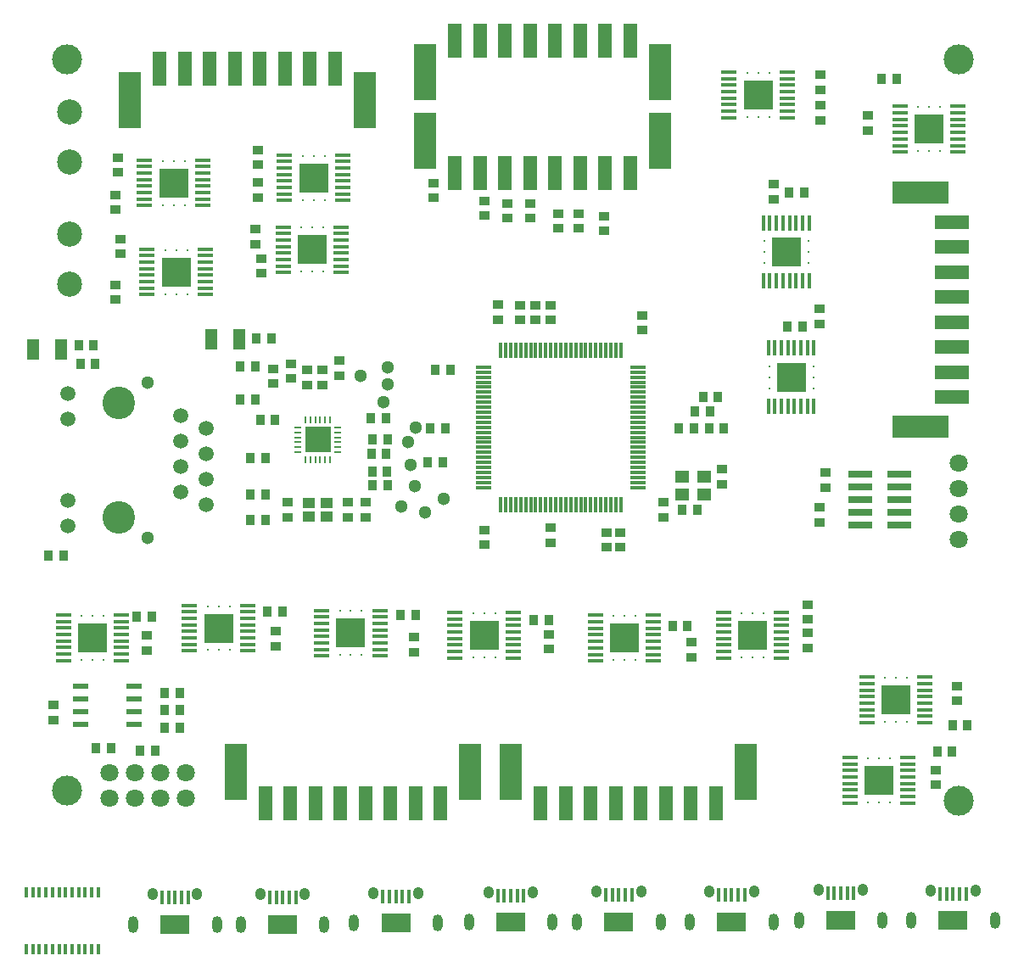
<source format=gts>
G04 #@! TF.GenerationSoftware,KiCad,Pcbnew,5.1.5-52549c5~86~ubuntu18.04.1*
G04 #@! TF.CreationDate,2020-12-06T21:57:42-08:00*
G04 #@! TF.ProjectId,GAMTP_rev01,47414d54-505f-4726-9576-30312e6b6963,rev?*
G04 #@! TF.SameCoordinates,Original*
G04 #@! TF.FileFunction,Soldermask,Top*
G04 #@! TF.FilePolarity,Negative*
%FSLAX46Y46*%
G04 Gerber Fmt 4.6, Leading zero omitted, Abs format (unit mm)*
G04 Created by KiCad (PCBNEW 5.1.5-52549c5~86~ubuntu18.04.1) date 2020-12-06 21:57:42*
%MOMM*%
%LPD*%
G04 APERTURE LIST*
%ADD10C,0.300000*%
%ADD11R,1.500000X0.450000*%
%ADD12R,3.000000X3.000000*%
%ADD13R,0.450000X1.500000*%
%ADD14C,1.300000*%
%ADD15C,3.000000*%
%ADD16R,0.899160X1.000760*%
%ADD17R,1.000760X0.899160*%
%ADD18R,2.499360X2.499360*%
%ADD19O,0.800100X0.248920*%
%ADD20O,0.248920X0.800100*%
%ADD21C,1.500000*%
%ADD22C,3.250000*%
%ADD23R,1.400000X1.200000*%
%ADD24R,1.200000X1.100000*%
%ADD25C,2.500000*%
%ADD26R,0.900000X1.000000*%
%ADD27R,1.000000X0.900000*%
%ADD28C,1.800000*%
%ADD29R,1.500000X0.300000*%
%ADD30R,0.300000X1.500000*%
%ADD31R,1.550000X0.600000*%
%ADD32R,1.250000X2.000000*%
%ADD33R,1.400000X3.400000*%
%ADD34R,2.300000X5.600000*%
%ADD35R,3.400000X1.400000*%
%ADD36R,5.600000X2.300000*%
%ADD37R,2.400000X0.760000*%
%ADD38O,1.000000X1.700000*%
%ADD39O,1.050000X1.250000*%
%ADD40R,0.400000X1.350000*%
%ADD41R,2.900000X1.900000*%
%ADD42R,0.400000X1.100000*%
G04 APERTURE END LIST*
D10*
X117686000Y-69850000D03*
X115486000Y-69850000D03*
X116586000Y-69850000D03*
D11*
X119486000Y-71475000D03*
X119486000Y-72125000D03*
X119486000Y-70825000D03*
X119486000Y-70175000D03*
X119486000Y-67575000D03*
X119486000Y-68225000D03*
X119486000Y-69525000D03*
X119486000Y-68875000D03*
X113686000Y-68875000D03*
X113686000Y-69525000D03*
X113686000Y-68225000D03*
X113686000Y-67575000D03*
X113686000Y-70175000D03*
X113686000Y-70825000D03*
X113686000Y-72125000D03*
X113686000Y-71475000D03*
D10*
X116586000Y-70950000D03*
X115486000Y-70950000D03*
X117686000Y-70950000D03*
X117686000Y-68750000D03*
X115486000Y-68750000D03*
X116586000Y-68750000D03*
X116586000Y-67650000D03*
X115486000Y-67650000D03*
X117686000Y-67650000D03*
X117686000Y-72050000D03*
X115486000Y-72050000D03*
X116586000Y-72050000D03*
D12*
X116586000Y-69850000D03*
D10*
X103970000Y-79248000D03*
X101770000Y-79248000D03*
X102870000Y-79248000D03*
D11*
X105770000Y-80873000D03*
X105770000Y-81523000D03*
X105770000Y-80223000D03*
X105770000Y-79573000D03*
X105770000Y-76973000D03*
X105770000Y-77623000D03*
X105770000Y-78923000D03*
X105770000Y-78273000D03*
X99970000Y-78273000D03*
X99970000Y-78923000D03*
X99970000Y-77623000D03*
X99970000Y-76973000D03*
X99970000Y-79573000D03*
X99970000Y-80223000D03*
X99970000Y-81523000D03*
X99970000Y-80873000D03*
D10*
X102870000Y-80348000D03*
X101770000Y-80348000D03*
X103970000Y-80348000D03*
X103970000Y-78148000D03*
X101770000Y-78148000D03*
X102870000Y-78148000D03*
X102870000Y-77048000D03*
X101770000Y-77048000D03*
X103970000Y-77048000D03*
X103970000Y-81448000D03*
X101770000Y-81448000D03*
X102870000Y-81448000D03*
D12*
X102870000Y-79248000D03*
D10*
X117538000Y-77033000D03*
X115338000Y-77033000D03*
X116438000Y-77033000D03*
D11*
X119338000Y-78658000D03*
X119338000Y-79308000D03*
X119338000Y-78008000D03*
X119338000Y-77358000D03*
X119338000Y-74758000D03*
X119338000Y-75408000D03*
X119338000Y-76708000D03*
X119338000Y-76058000D03*
X113538000Y-76058000D03*
X113538000Y-76708000D03*
X113538000Y-75408000D03*
X113538000Y-74758000D03*
X113538000Y-77358000D03*
X113538000Y-78008000D03*
X113538000Y-79308000D03*
X113538000Y-78658000D03*
D10*
X116438000Y-78133000D03*
X115338000Y-78133000D03*
X117538000Y-78133000D03*
X117538000Y-75933000D03*
X115338000Y-75933000D03*
X116438000Y-75933000D03*
X116438000Y-74833000D03*
X115338000Y-74833000D03*
X117538000Y-74833000D03*
X117538000Y-79233000D03*
X115338000Y-79233000D03*
X116438000Y-79233000D03*
D12*
X116438000Y-77033000D03*
D10*
X103716000Y-70358000D03*
X101516000Y-70358000D03*
X102616000Y-70358000D03*
D11*
X105516000Y-71983000D03*
X105516000Y-72633000D03*
X105516000Y-71333000D03*
X105516000Y-70683000D03*
X105516000Y-68083000D03*
X105516000Y-68733000D03*
X105516000Y-70033000D03*
X105516000Y-69383000D03*
X99716000Y-69383000D03*
X99716000Y-70033000D03*
X99716000Y-68733000D03*
X99716000Y-68083000D03*
X99716000Y-70683000D03*
X99716000Y-71333000D03*
X99716000Y-72633000D03*
X99716000Y-71983000D03*
D10*
X102616000Y-71458000D03*
X101516000Y-71458000D03*
X103716000Y-71458000D03*
X103716000Y-69258000D03*
X101516000Y-69258000D03*
X102616000Y-69258000D03*
X102616000Y-68158000D03*
X101516000Y-68158000D03*
X103716000Y-68158000D03*
X103716000Y-72558000D03*
X101516000Y-72558000D03*
X102616000Y-72558000D03*
D12*
X102616000Y-70358000D03*
D10*
X164250000Y-90850000D03*
X164250000Y-88650000D03*
X164250000Y-89750000D03*
D13*
X162625000Y-92650000D03*
X161975000Y-92650000D03*
X163275000Y-92650000D03*
X163925000Y-92650000D03*
X166525000Y-92650000D03*
X165875000Y-92650000D03*
X164575000Y-92650000D03*
X165225000Y-92650000D03*
X165225000Y-86850000D03*
X164575000Y-86850000D03*
X165875000Y-86850000D03*
X166525000Y-86850000D03*
X163925000Y-86850000D03*
X163275000Y-86850000D03*
X161975000Y-86850000D03*
X162625000Y-86850000D03*
D10*
X163150000Y-89750000D03*
X163150000Y-88650000D03*
X163150000Y-90850000D03*
X165350000Y-90850000D03*
X165350000Y-88650000D03*
X165350000Y-89750000D03*
X166450000Y-89750000D03*
X166450000Y-88650000D03*
X166450000Y-90850000D03*
X162050000Y-90850000D03*
X162050000Y-88650000D03*
X162050000Y-89750000D03*
D12*
X164250000Y-89750000D03*
D10*
X163750000Y-78350000D03*
X163750000Y-76150000D03*
X163750000Y-77250000D03*
D13*
X162125000Y-80150000D03*
X161475000Y-80150000D03*
X162775000Y-80150000D03*
X163425000Y-80150000D03*
X166025000Y-80150000D03*
X165375000Y-80150000D03*
X164075000Y-80150000D03*
X164725000Y-80150000D03*
X164725000Y-74350000D03*
X164075000Y-74350000D03*
X165375000Y-74350000D03*
X166025000Y-74350000D03*
X163425000Y-74350000D03*
X162775000Y-74350000D03*
X161475000Y-74350000D03*
X162125000Y-74350000D03*
D10*
X162650000Y-77250000D03*
X162650000Y-76150000D03*
X162650000Y-78350000D03*
X164850000Y-78350000D03*
X164850000Y-76150000D03*
X164850000Y-77250000D03*
X165950000Y-77250000D03*
X165950000Y-76150000D03*
X165950000Y-78350000D03*
X161550000Y-78350000D03*
X161550000Y-76150000D03*
X161550000Y-77250000D03*
D12*
X163750000Y-77250000D03*
D10*
X179100000Y-65000000D03*
X176900000Y-65000000D03*
X178000000Y-65000000D03*
D11*
X180900000Y-66625000D03*
X180900000Y-67275000D03*
X180900000Y-65975000D03*
X180900000Y-65325000D03*
X180900000Y-62725000D03*
X180900000Y-63375000D03*
X180900000Y-64675000D03*
X180900000Y-64025000D03*
X175100000Y-64025000D03*
X175100000Y-64675000D03*
X175100000Y-63375000D03*
X175100000Y-62725000D03*
X175100000Y-65325000D03*
X175100000Y-65975000D03*
X175100000Y-67275000D03*
X175100000Y-66625000D03*
D10*
X178000000Y-66100000D03*
X176900000Y-66100000D03*
X179100000Y-66100000D03*
X179100000Y-63900000D03*
X176900000Y-63900000D03*
X178000000Y-63900000D03*
X178000000Y-62800000D03*
X176900000Y-62800000D03*
X179100000Y-62800000D03*
X179100000Y-67200000D03*
X176900000Y-67200000D03*
X178000000Y-67200000D03*
D12*
X178000000Y-65000000D03*
D10*
X159850000Y-61570000D03*
X162050000Y-61570000D03*
X160950000Y-61570000D03*
D11*
X158050000Y-59945000D03*
X158050000Y-59295000D03*
X158050000Y-60595000D03*
X158050000Y-61245000D03*
X158050000Y-63845000D03*
X158050000Y-63195000D03*
X158050000Y-61895000D03*
X158050000Y-62545000D03*
X163850000Y-62545000D03*
X163850000Y-61895000D03*
X163850000Y-63195000D03*
X163850000Y-63845000D03*
X163850000Y-61245000D03*
X163850000Y-60595000D03*
X163850000Y-59295000D03*
X163850000Y-59945000D03*
D10*
X160950000Y-60470000D03*
X162050000Y-60470000D03*
X159850000Y-60470000D03*
X159850000Y-62670000D03*
X162050000Y-62670000D03*
X160950000Y-62670000D03*
X160950000Y-63770000D03*
X162050000Y-63770000D03*
X159850000Y-63770000D03*
X159850000Y-59370000D03*
X162050000Y-59370000D03*
X160950000Y-59370000D03*
D12*
X160950000Y-61570000D03*
D10*
X146500000Y-115800000D03*
X148700000Y-115800000D03*
X147600000Y-115800000D03*
D11*
X144700000Y-114175000D03*
X144700000Y-113525000D03*
X144700000Y-114825000D03*
X144700000Y-115475000D03*
X144700000Y-118075000D03*
X144700000Y-117425000D03*
X144700000Y-116125000D03*
X144700000Y-116775000D03*
X150500000Y-116775000D03*
X150500000Y-116125000D03*
X150500000Y-117425000D03*
X150500000Y-118075000D03*
X150500000Y-115475000D03*
X150500000Y-114825000D03*
X150500000Y-113525000D03*
X150500000Y-114175000D03*
D10*
X147600000Y-114700000D03*
X148700000Y-114700000D03*
X146500000Y-114700000D03*
X146500000Y-116900000D03*
X148700000Y-116900000D03*
X147600000Y-116900000D03*
X147600000Y-118000000D03*
X148700000Y-118000000D03*
X146500000Y-118000000D03*
X146500000Y-113600000D03*
X148700000Y-113600000D03*
X147600000Y-113600000D03*
D12*
X147600000Y-115800000D03*
D10*
X159300000Y-115500000D03*
X161500000Y-115500000D03*
X160400000Y-115500000D03*
D11*
X157500000Y-113875000D03*
X157500000Y-113225000D03*
X157500000Y-114525000D03*
X157500000Y-115175000D03*
X157500000Y-117775000D03*
X157500000Y-117125000D03*
X157500000Y-115825000D03*
X157500000Y-116475000D03*
X163300000Y-116475000D03*
X163300000Y-115825000D03*
X163300000Y-117125000D03*
X163300000Y-117775000D03*
X163300000Y-115175000D03*
X163300000Y-114525000D03*
X163300000Y-113225000D03*
X163300000Y-113875000D03*
D10*
X160400000Y-114400000D03*
X161500000Y-114400000D03*
X159300000Y-114400000D03*
X159300000Y-116600000D03*
X161500000Y-116600000D03*
X160400000Y-116600000D03*
X160400000Y-117700000D03*
X161500000Y-117700000D03*
X159300000Y-117700000D03*
X159300000Y-113300000D03*
X161500000Y-113300000D03*
X160400000Y-113300000D03*
D12*
X160400000Y-115500000D03*
D10*
X171925000Y-129975000D03*
X174125000Y-129975000D03*
X173025000Y-129975000D03*
D11*
X170125000Y-128350000D03*
X170125000Y-127700000D03*
X170125000Y-129000000D03*
X170125000Y-129650000D03*
X170125000Y-132250000D03*
X170125000Y-131600000D03*
X170125000Y-130300000D03*
X170125000Y-130950000D03*
X175925000Y-130950000D03*
X175925000Y-130300000D03*
X175925000Y-131600000D03*
X175925000Y-132250000D03*
X175925000Y-129650000D03*
X175925000Y-129000000D03*
X175925000Y-127700000D03*
X175925000Y-128350000D03*
D10*
X173025000Y-128875000D03*
X174125000Y-128875000D03*
X171925000Y-128875000D03*
X171925000Y-131075000D03*
X174125000Y-131075000D03*
X173025000Y-131075000D03*
X173025000Y-132175000D03*
X174125000Y-132175000D03*
X171925000Y-132175000D03*
X171925000Y-127775000D03*
X174125000Y-127775000D03*
X173025000Y-127775000D03*
D12*
X173025000Y-129975000D03*
D10*
X173610000Y-121960000D03*
X175810000Y-121960000D03*
X174710000Y-121960000D03*
D11*
X171810000Y-120335000D03*
X171810000Y-119685000D03*
X171810000Y-120985000D03*
X171810000Y-121635000D03*
X171810000Y-124235000D03*
X171810000Y-123585000D03*
X171810000Y-122285000D03*
X171810000Y-122935000D03*
X177610000Y-122935000D03*
X177610000Y-122285000D03*
X177610000Y-123585000D03*
X177610000Y-124235000D03*
X177610000Y-121635000D03*
X177610000Y-120985000D03*
X177610000Y-119685000D03*
X177610000Y-120335000D03*
D10*
X174710000Y-120860000D03*
X175810000Y-120860000D03*
X173610000Y-120860000D03*
X173610000Y-123060000D03*
X175810000Y-123060000D03*
X174710000Y-123060000D03*
X174710000Y-124160000D03*
X175810000Y-124160000D03*
X173610000Y-124160000D03*
X173610000Y-119760000D03*
X175810000Y-119760000D03*
X174710000Y-119760000D03*
D12*
X174710000Y-121960000D03*
D10*
X106000000Y-114800000D03*
X108200000Y-114800000D03*
X107100000Y-114800000D03*
D11*
X104200000Y-113175000D03*
X104200000Y-112525000D03*
X104200000Y-113825000D03*
X104200000Y-114475000D03*
X104200000Y-117075000D03*
X104200000Y-116425000D03*
X104200000Y-115125000D03*
X104200000Y-115775000D03*
X110000000Y-115775000D03*
X110000000Y-115125000D03*
X110000000Y-116425000D03*
X110000000Y-117075000D03*
X110000000Y-114475000D03*
X110000000Y-113825000D03*
X110000000Y-112525000D03*
X110000000Y-113175000D03*
D10*
X107100000Y-113700000D03*
X108200000Y-113700000D03*
X106000000Y-113700000D03*
X106000000Y-115900000D03*
X108200000Y-115900000D03*
X107100000Y-115900000D03*
X107100000Y-117000000D03*
X108200000Y-117000000D03*
X106000000Y-117000000D03*
X106000000Y-112600000D03*
X108200000Y-112600000D03*
X107100000Y-112600000D03*
D12*
X107100000Y-114800000D03*
D10*
X119200000Y-115300000D03*
X121400000Y-115300000D03*
X120300000Y-115300000D03*
D11*
X117400000Y-113675000D03*
X117400000Y-113025000D03*
X117400000Y-114325000D03*
X117400000Y-114975000D03*
X117400000Y-117575000D03*
X117400000Y-116925000D03*
X117400000Y-115625000D03*
X117400000Y-116275000D03*
X123200000Y-116275000D03*
X123200000Y-115625000D03*
X123200000Y-116925000D03*
X123200000Y-117575000D03*
X123200000Y-114975000D03*
X123200000Y-114325000D03*
X123200000Y-113025000D03*
X123200000Y-113675000D03*
D10*
X120300000Y-114200000D03*
X121400000Y-114200000D03*
X119200000Y-114200000D03*
X119200000Y-116400000D03*
X121400000Y-116400000D03*
X120300000Y-116400000D03*
X120300000Y-117500000D03*
X121400000Y-117500000D03*
X119200000Y-117500000D03*
X119200000Y-113100000D03*
X121400000Y-113100000D03*
X120300000Y-113100000D03*
D12*
X120300000Y-115300000D03*
D10*
X132500000Y-115500000D03*
X134700000Y-115500000D03*
X133600000Y-115500000D03*
D11*
X130700000Y-113875000D03*
X130700000Y-113225000D03*
X130700000Y-114525000D03*
X130700000Y-115175000D03*
X130700000Y-117775000D03*
X130700000Y-117125000D03*
X130700000Y-115825000D03*
X130700000Y-116475000D03*
X136500000Y-116475000D03*
X136500000Y-115825000D03*
X136500000Y-117125000D03*
X136500000Y-117775000D03*
X136500000Y-115175000D03*
X136500000Y-114525000D03*
X136500000Y-113225000D03*
X136500000Y-113875000D03*
D10*
X133600000Y-114400000D03*
X134700000Y-114400000D03*
X132500000Y-114400000D03*
X132500000Y-116600000D03*
X134700000Y-116600000D03*
X133600000Y-116600000D03*
X133600000Y-117700000D03*
X134700000Y-117700000D03*
X132500000Y-117700000D03*
X132500000Y-113300000D03*
X134700000Y-113300000D03*
X133600000Y-113300000D03*
D12*
X133600000Y-115500000D03*
D10*
X93430000Y-115760000D03*
X95630000Y-115760000D03*
X94530000Y-115760000D03*
D11*
X91630000Y-114135000D03*
X91630000Y-113485000D03*
X91630000Y-114785000D03*
X91630000Y-115435000D03*
X91630000Y-118035000D03*
X91630000Y-117385000D03*
X91630000Y-116085000D03*
X91630000Y-116735000D03*
X97430000Y-116735000D03*
X97430000Y-116085000D03*
X97430000Y-117385000D03*
X97430000Y-118035000D03*
X97430000Y-115435000D03*
X97430000Y-114785000D03*
X97430000Y-113485000D03*
X97430000Y-114135000D03*
D10*
X94530000Y-114660000D03*
X95630000Y-114660000D03*
X93430000Y-114660000D03*
X93430000Y-116860000D03*
X95630000Y-116860000D03*
X94530000Y-116860000D03*
X94530000Y-117960000D03*
X95630000Y-117960000D03*
X93430000Y-117960000D03*
X93430000Y-113560000D03*
X95630000Y-113560000D03*
X94530000Y-113560000D03*
D12*
X94530000Y-115760000D03*
D14*
X126250000Y-98500000D03*
X126710000Y-100580000D03*
X121250000Y-89600000D03*
X129575000Y-101875000D03*
X123600000Y-92250000D03*
X127750000Y-103250000D03*
X125300000Y-102650000D03*
X126750000Y-94750000D03*
X124000000Y-90500000D03*
X124000000Y-88750000D03*
X126000000Y-96250000D03*
D15*
X92000000Y-131000000D03*
X92000000Y-58000000D03*
X181000000Y-132000000D03*
X181000000Y-58000000D03*
D16*
X156151840Y-93200000D03*
X154648160Y-93200000D03*
D17*
X140208000Y-84063840D03*
X140208000Y-82560160D03*
X112522000Y-90413840D03*
X112522000Y-88910160D03*
X145800000Y-106751840D03*
X145800000Y-105248160D03*
X147200000Y-106751840D03*
X147200000Y-105248160D03*
D16*
X103251840Y-124750000D03*
X101748160Y-124750000D03*
D17*
X167100000Y-104251840D03*
X167100000Y-102748160D03*
D16*
X103251840Y-121250000D03*
X101748160Y-121250000D03*
X103251840Y-123000000D03*
X101748160Y-123000000D03*
X123801840Y-93850000D03*
X122298160Y-93850000D03*
X123951840Y-100570000D03*
X122448160Y-100570000D03*
X124001840Y-96000000D03*
X122498160Y-96000000D03*
D17*
X121750000Y-103751840D03*
X121750000Y-102248160D03*
X115950000Y-90501840D03*
X115950000Y-88998160D03*
D16*
X129501840Y-98250000D03*
X127998160Y-98250000D03*
D17*
X117500000Y-90501840D03*
X117500000Y-88998160D03*
D16*
X90118160Y-107560000D03*
X91621840Y-107560000D03*
X94811840Y-88440000D03*
X93308160Y-88440000D03*
X94641840Y-86550000D03*
X93138160Y-86550000D03*
X100751840Y-127000000D03*
X99248160Y-127000000D03*
X112351840Y-85900000D03*
X110848160Y-85900000D03*
D18*
X117000000Y-96000000D03*
D19*
X115001020Y-94750320D03*
X115001020Y-95250700D03*
X115001020Y-95751080D03*
X115001020Y-96248920D03*
X115001020Y-96749300D03*
X115001020Y-97249680D03*
D20*
X115750320Y-97998980D03*
X116250700Y-97998980D03*
X116751080Y-97998980D03*
X117248920Y-97998980D03*
X117749300Y-97998980D03*
X118249680Y-97998980D03*
D19*
X118998980Y-97249680D03*
X118998980Y-96749300D03*
X118998980Y-96248920D03*
X118998980Y-95751080D03*
X118998980Y-95250700D03*
X118998980Y-94750320D03*
D20*
X118249680Y-94001020D03*
X117749300Y-94001020D03*
X117248920Y-94001020D03*
X116751080Y-94001020D03*
X116250700Y-94001020D03*
X115750320Y-94001020D03*
D21*
X92100000Y-91375000D03*
X92100000Y-93915000D03*
X92100000Y-102085000D03*
X92100000Y-104625000D03*
X103350000Y-93560000D03*
X103350000Y-98630000D03*
X103350000Y-96100000D03*
X103350000Y-101170000D03*
X105890000Y-94820000D03*
X105890000Y-99900000D03*
X105890000Y-97360000D03*
D22*
X97132080Y-103715000D03*
X97132080Y-92285000D03*
D14*
X100050000Y-90255000D03*
X100050000Y-105745000D03*
D21*
X105890000Y-102440000D03*
D23*
X155550000Y-99725000D03*
X153350000Y-99725000D03*
X155550000Y-101425000D03*
X153350000Y-101425000D03*
D24*
X116150000Y-103700000D03*
X117850000Y-103700000D03*
X116150000Y-102300000D03*
X117850000Y-102300000D03*
D16*
X110248160Y-104000000D03*
X111751840Y-104000000D03*
D25*
X92202000Y-75478000D03*
X92202000Y-80478000D03*
D16*
X128248160Y-94900000D03*
D26*
X129751840Y-94900000D03*
D16*
X128748160Y-89000000D03*
D26*
X130251840Y-89000000D03*
D16*
X157551840Y-94900000D03*
D26*
X156048160Y-94900000D03*
D17*
X133650000Y-104998160D03*
D27*
X133650000Y-106501840D03*
D16*
X153048160Y-94900000D03*
D26*
X154551840Y-94900000D03*
D16*
X156951840Y-91700000D03*
D26*
X155448160Y-91700000D03*
D17*
X140250000Y-104748160D03*
D27*
X140250000Y-106251840D03*
D17*
X137160000Y-82560160D03*
D27*
X137160000Y-84063840D03*
D17*
X151500000Y-103751840D03*
D27*
X151500000Y-102248160D03*
D17*
X138684000Y-82560160D03*
D27*
X138684000Y-84063840D03*
D17*
X157350000Y-100426840D03*
D27*
X157350000Y-98923160D03*
D16*
X154901840Y-103025000D03*
D26*
X153398160Y-103025000D03*
D17*
X99900000Y-117001840D03*
D27*
X99900000Y-115498160D03*
D16*
X98948160Y-113650000D03*
D26*
X100451840Y-113650000D03*
D17*
X110998000Y-67066160D03*
D27*
X110998000Y-68569840D03*
D17*
X110740000Y-74958160D03*
D27*
X110740000Y-76461840D03*
D17*
X110998000Y-70348160D03*
D27*
X110998000Y-71851840D03*
D17*
X111350000Y-77898160D03*
D27*
X111350000Y-79401840D03*
D17*
X96820000Y-71548160D03*
D27*
X96820000Y-73051840D03*
D17*
X96774000Y-80528160D03*
D27*
X96774000Y-82031840D03*
D17*
X97028000Y-69331840D03*
D27*
X97028000Y-67828160D03*
D17*
X97282000Y-77459840D03*
D27*
X97282000Y-75956160D03*
D16*
X165371840Y-84720000D03*
D26*
X163868160Y-84720000D03*
D16*
X165551840Y-71300000D03*
D26*
X164048160Y-71300000D03*
D17*
X167100000Y-82948160D03*
D27*
X167100000Y-84451840D03*
D17*
X162500000Y-72001840D03*
D27*
X162500000Y-70498160D03*
D17*
X171900000Y-63638160D03*
D27*
X171900000Y-65141840D03*
D17*
X167150000Y-64111840D03*
D27*
X167150000Y-62608160D03*
D16*
X173248160Y-60000000D03*
D26*
X174751840Y-60000000D03*
D17*
X167130000Y-59558160D03*
D27*
X167130000Y-61061840D03*
D17*
X154300000Y-117701840D03*
D27*
X154300000Y-116198160D03*
D17*
X165900000Y-116751840D03*
D27*
X165900000Y-115248160D03*
D16*
X152398160Y-114550000D03*
D26*
X153901840Y-114550000D03*
D17*
X165900000Y-112448160D03*
D27*
X165900000Y-113951840D03*
D17*
X178660000Y-130461840D03*
D27*
X178660000Y-128958160D03*
D17*
X180830000Y-122071840D03*
D27*
X180830000Y-120568160D03*
D16*
X178818160Y-127160000D03*
D26*
X180321840Y-127160000D03*
D16*
X181851840Y-124510000D03*
D26*
X180348160Y-124510000D03*
D17*
X112800000Y-116601840D03*
D27*
X112800000Y-115098160D03*
D17*
X126600000Y-117201840D03*
D27*
X126600000Y-115698160D03*
D17*
X140050000Y-116901840D03*
D27*
X140050000Y-115398160D03*
D16*
X111998160Y-113150000D03*
D26*
X113501840Y-113150000D03*
D16*
X125248160Y-113450000D03*
D26*
X126751840Y-113450000D03*
D16*
X138548160Y-114000000D03*
D26*
X140051840Y-114000000D03*
D17*
X114300000Y-88402160D03*
D27*
X114300000Y-89905840D03*
D16*
X110733840Y-88646000D03*
D26*
X109230160Y-88646000D03*
D16*
X123921840Y-99160000D03*
D26*
X122418160Y-99160000D03*
D16*
X111248160Y-94000000D03*
D26*
X112751840Y-94000000D03*
D17*
X114000000Y-102248160D03*
D27*
X114000000Y-103751840D03*
D16*
X110751840Y-92000000D03*
D26*
X109248160Y-92000000D03*
D16*
X123851840Y-97425000D03*
D26*
X122348160Y-97425000D03*
D17*
X120000000Y-103751840D03*
D27*
X120000000Y-102248160D03*
D17*
X119190000Y-88088160D03*
D27*
X119190000Y-89591840D03*
D16*
X111751840Y-97800000D03*
D26*
X110248160Y-97800000D03*
D16*
X110248160Y-101500000D03*
D26*
X111751840Y-101500000D03*
D28*
X181000000Y-105950000D03*
X181000000Y-103410000D03*
X181000000Y-98340160D03*
X181000000Y-100880160D03*
X101270000Y-131770000D03*
X103810000Y-131770000D03*
X98730000Y-131770000D03*
X96190000Y-131770000D03*
X96190000Y-129230000D03*
X98730000Y-129230000D03*
X103810000Y-129230000D03*
X101270000Y-129230000D03*
D16*
X96351840Y-126800000D03*
X94848160Y-126800000D03*
D17*
X90650000Y-123951840D03*
X90650000Y-122448160D03*
X149352000Y-83576160D03*
X149352000Y-85079840D03*
X145542000Y-75173840D03*
X145542000Y-73670160D03*
X143002000Y-74919840D03*
X143002000Y-73416160D03*
X140970000Y-74919840D03*
X140970000Y-73416160D03*
X138176000Y-73903840D03*
X138176000Y-72400160D03*
X167670000Y-99248160D03*
X167670000Y-100751840D03*
D29*
X148950000Y-92750000D03*
X148950000Y-92250000D03*
X148950000Y-91750000D03*
X148950000Y-90750000D03*
X148950000Y-91250000D03*
X148950000Y-89250000D03*
X148950000Y-88750000D03*
X148950000Y-89750000D03*
X148950000Y-90250000D03*
D30*
X135750000Y-102450000D03*
X135250000Y-102450000D03*
X138750000Y-102450000D03*
X138250000Y-102450000D03*
X139250000Y-102450000D03*
X137250000Y-102450000D03*
X137750000Y-102450000D03*
X136250000Y-102450000D03*
X136750000Y-102450000D03*
D29*
X133550000Y-97250000D03*
X133550000Y-97750000D03*
X133550000Y-96750000D03*
X133550000Y-98250000D03*
X133550000Y-98750000D03*
X133550000Y-100750000D03*
X133550000Y-100250000D03*
X133550000Y-99750000D03*
X133550000Y-99250000D03*
D30*
X137250000Y-87050000D03*
X138750000Y-87050000D03*
X139250000Y-87050000D03*
X138250000Y-87050000D03*
X137750000Y-87050000D03*
X135750000Y-87050000D03*
X136250000Y-87050000D03*
X136750000Y-87050000D03*
X135250000Y-87050000D03*
D29*
X148950000Y-94750000D03*
X148950000Y-94250000D03*
X148950000Y-93250000D03*
X148950000Y-93750000D03*
D30*
X140250000Y-102450000D03*
X139750000Y-102450000D03*
X141250000Y-102450000D03*
X140750000Y-102450000D03*
D29*
X133550000Y-94750000D03*
X133550000Y-95250000D03*
X133550000Y-95750000D03*
X133550000Y-96250000D03*
D30*
X139750000Y-87050000D03*
X141250000Y-87050000D03*
X140750000Y-87050000D03*
X140250000Y-87050000D03*
D29*
X148950000Y-95750000D03*
X148950000Y-95250000D03*
X148950000Y-96250000D03*
X148950000Y-96750000D03*
D30*
X144250000Y-102450000D03*
X144750000Y-102450000D03*
X145750000Y-102450000D03*
X145250000Y-102450000D03*
X142750000Y-102450000D03*
X143750000Y-102450000D03*
X143250000Y-102450000D03*
X141750000Y-102450000D03*
X142250000Y-102450000D03*
D29*
X133550000Y-94250000D03*
X133550000Y-93750000D03*
D30*
X142250000Y-87050000D03*
X142750000Y-87050000D03*
X143750000Y-87050000D03*
X143250000Y-87050000D03*
X144750000Y-87050000D03*
X145250000Y-87050000D03*
X144250000Y-87050000D03*
X146750000Y-87050000D03*
X147250000Y-87050000D03*
X146250000Y-87050000D03*
X145750000Y-87050000D03*
D29*
X148950000Y-97250000D03*
X148950000Y-97750000D03*
X148950000Y-98750000D03*
X148950000Y-98250000D03*
X148950000Y-99750000D03*
X148950000Y-100250000D03*
X148950000Y-99250000D03*
D30*
X146750000Y-102450000D03*
X146250000Y-102450000D03*
X147250000Y-102450000D03*
D29*
X148950000Y-100750000D03*
X133550000Y-91750000D03*
X133550000Y-92250000D03*
X133550000Y-93250000D03*
X133550000Y-92750000D03*
X133550000Y-90250000D03*
X133550000Y-91250000D03*
X133550000Y-90750000D03*
X133550000Y-89250000D03*
X133550000Y-89750000D03*
X133550000Y-88750000D03*
D30*
X141750000Y-87050000D03*
D31*
X98700000Y-124405000D03*
X98700000Y-123135000D03*
X98700000Y-121865000D03*
X98700000Y-120595000D03*
X93300000Y-120595000D03*
X93300000Y-121865000D03*
X93300000Y-123135000D03*
X93300000Y-124405000D03*
D17*
X135000000Y-82498160D03*
D27*
X135000000Y-84001840D03*
D32*
X88625000Y-87000000D03*
X91375000Y-87000000D03*
X106375000Y-85950000D03*
X109125000Y-85950000D03*
D33*
X118732000Y-58922000D03*
X116232000Y-58922000D03*
X113732000Y-58922000D03*
X101232000Y-58922000D03*
X106232000Y-58922000D03*
X103732000Y-58922000D03*
D34*
X121682000Y-62072000D03*
D33*
X108732000Y-58922000D03*
X111232000Y-58922000D03*
D34*
X98282000Y-62072000D03*
D33*
X111750000Y-132300000D03*
X114250000Y-132300000D03*
X116750000Y-132300000D03*
X129250000Y-132300000D03*
X124250000Y-132300000D03*
X126750000Y-132300000D03*
D34*
X108800000Y-129150000D03*
D33*
X121750000Y-132300000D03*
X119250000Y-132300000D03*
D34*
X132200000Y-129150000D03*
D35*
X180300000Y-91750000D03*
X180300000Y-89250000D03*
X180300000Y-86750000D03*
X180300000Y-74250000D03*
X180300000Y-79250000D03*
X180300000Y-76750000D03*
D36*
X177150000Y-94700000D03*
D35*
X180300000Y-81750000D03*
X180300000Y-84250000D03*
D36*
X177150000Y-71300000D03*
D33*
X139250000Y-132300000D03*
X141750000Y-132300000D03*
X144250000Y-132300000D03*
X156750000Y-132300000D03*
X151750000Y-132300000D03*
X154250000Y-132300000D03*
D34*
X136300000Y-129150000D03*
D33*
X149250000Y-132300000D03*
X146750000Y-132300000D03*
D34*
X159700000Y-129150000D03*
D37*
X171120000Y-100730000D03*
X171120000Y-99460000D03*
X175020000Y-99460000D03*
X175020000Y-100730000D03*
X175020000Y-104540000D03*
X175020000Y-103270000D03*
X175020000Y-102000000D03*
X171120000Y-102000000D03*
X171120000Y-103270000D03*
X171120000Y-104540000D03*
D25*
X92202000Y-68286000D03*
X92202000Y-63286000D03*
D33*
X148196000Y-56128000D03*
X145696000Y-56128000D03*
X143196000Y-56128000D03*
X130696000Y-56128000D03*
X135696000Y-56128000D03*
X133196000Y-56128000D03*
D34*
X151146000Y-59278000D03*
D33*
X138196000Y-56128000D03*
X140696000Y-56128000D03*
D34*
X127746000Y-59278000D03*
D38*
X106925000Y-144350000D03*
X98575000Y-144350000D03*
D39*
X104975000Y-141350000D03*
D40*
X103400000Y-141675000D03*
X104050000Y-141675000D03*
X102100000Y-141675000D03*
X101450000Y-141675000D03*
X102750000Y-141675000D03*
D39*
X100525000Y-141350000D03*
D41*
X102750000Y-144350000D03*
X180400000Y-144000000D03*
D39*
X178175000Y-141000000D03*
D40*
X180400000Y-141325000D03*
X179100000Y-141325000D03*
X179750000Y-141325000D03*
X181700000Y-141325000D03*
X181050000Y-141325000D03*
D39*
X182625000Y-141000000D03*
D38*
X176225000Y-144000000D03*
X184575000Y-144000000D03*
D41*
X113500000Y-144350000D03*
D39*
X111275000Y-141350000D03*
D40*
X113500000Y-141675000D03*
X112200000Y-141675000D03*
X112850000Y-141675000D03*
X114800000Y-141675000D03*
X114150000Y-141675000D03*
D39*
X115725000Y-141350000D03*
D38*
X109325000Y-144350000D03*
X117675000Y-144350000D03*
X173375000Y-143950000D03*
X165025000Y-143950000D03*
D39*
X171425000Y-140950000D03*
D40*
X169850000Y-141275000D03*
X170500000Y-141275000D03*
X168550000Y-141275000D03*
X167900000Y-141275000D03*
X169200000Y-141275000D03*
D39*
X166975000Y-140950000D03*
D41*
X169200000Y-143950000D03*
D38*
X128975000Y-144250000D03*
X120625000Y-144250000D03*
D39*
X127025000Y-141250000D03*
D40*
X125450000Y-141575000D03*
X126100000Y-141575000D03*
X124150000Y-141575000D03*
X123500000Y-141575000D03*
X124800000Y-141575000D03*
D39*
X122575000Y-141250000D03*
D41*
X124800000Y-144250000D03*
D38*
X162475000Y-144100000D03*
X154125000Y-144100000D03*
D39*
X160525000Y-141100000D03*
D40*
X158950000Y-141425000D03*
X159600000Y-141425000D03*
X157650000Y-141425000D03*
X157000000Y-141425000D03*
X158300000Y-141425000D03*
D39*
X156075000Y-141100000D03*
D41*
X158300000Y-144100000D03*
X136250000Y-144150000D03*
D39*
X134025000Y-141150000D03*
D40*
X136250000Y-141475000D03*
X134950000Y-141475000D03*
X135600000Y-141475000D03*
X137550000Y-141475000D03*
X136900000Y-141475000D03*
D39*
X138475000Y-141150000D03*
D38*
X132075000Y-144150000D03*
X140425000Y-144150000D03*
D41*
X147050000Y-144100000D03*
D39*
X144825000Y-141100000D03*
D40*
X147050000Y-141425000D03*
X145750000Y-141425000D03*
X146400000Y-141425000D03*
X148350000Y-141425000D03*
X147700000Y-141425000D03*
D39*
X149275000Y-141100000D03*
D38*
X142875000Y-144100000D03*
X151225000Y-144100000D03*
D34*
X151146000Y-66198000D03*
D33*
X138196000Y-69348000D03*
X140696000Y-69348000D03*
D34*
X127746000Y-66198000D03*
D33*
X145696000Y-69348000D03*
X143196000Y-69348000D03*
X148196000Y-69348000D03*
X135696000Y-69348000D03*
X133196000Y-69348000D03*
X130696000Y-69348000D03*
D17*
X135890000Y-72400160D03*
X135890000Y-73903840D03*
X133604000Y-73649840D03*
X133604000Y-72146160D03*
X128524000Y-71871840D03*
X128524000Y-70368160D03*
D42*
X87925000Y-146850000D03*
X88575000Y-146850000D03*
X89225000Y-146850000D03*
X89875000Y-146850000D03*
X90525000Y-146850000D03*
X91175000Y-146850000D03*
X91825000Y-146850000D03*
X92475000Y-146850000D03*
X93125000Y-146850000D03*
X93775000Y-146850000D03*
X94425000Y-146850000D03*
X95075000Y-146850000D03*
X95075000Y-141150000D03*
X94425000Y-141150000D03*
X93775000Y-141150000D03*
X93125000Y-141150000D03*
X92475000Y-141150000D03*
X91825000Y-141150000D03*
X91175000Y-141150000D03*
X90525000Y-141150000D03*
X89875000Y-141150000D03*
X89225000Y-141150000D03*
X88575000Y-141150000D03*
X87925000Y-141150000D03*
M02*

</source>
